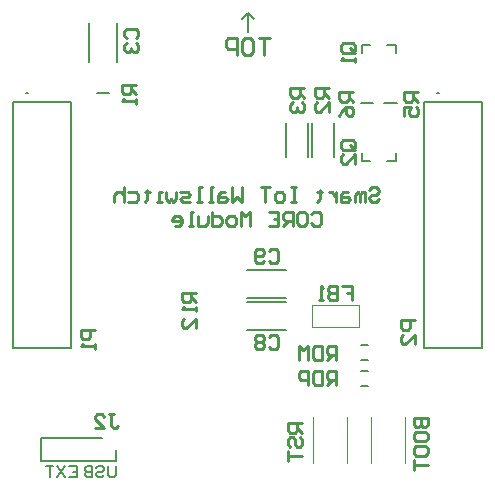
<source format=gbo>
G04*
G04 #@! TF.GenerationSoftware,Altium Limited,Altium Designer,22.3.1 (43)*
G04*
G04 Layer_Color=32896*
%FSLAX25Y25*%
%MOIN*%
G70*
G04*
G04 #@! TF.SameCoordinates,2B40A856-6C47-4DC4-A76D-FC4A54A6A395*
G04*
G04*
G04 #@! TF.FilePolarity,Positive*
G04*
G01*
G75*
%ADD12C,0.00787*%
%ADD13C,0.00591*%
%ADD14C,0.01000*%
%ADD67C,0.00500*%
%ADD68C,0.00394*%
D12*
X144449Y118799D02*
X143661D01*
X144449D01*
X7441D02*
X6654D01*
X7441D01*
X80500Y49126D02*
X93516D01*
X80500Y39850D02*
X93516D01*
X80500Y59756D02*
X93516D01*
X80500Y50480D02*
X93516D01*
X78740Y143701D02*
X80709Y145669D01*
X80709D02*
X82677Y143701D01*
X80709Y139370D02*
Y145669D01*
X93578Y97523D02*
Y108776D01*
X100910Y97523D02*
Y108776D01*
X102240Y97523D02*
Y108776D01*
X109571Y97523D02*
Y108776D01*
X130118Y96260D02*
Y98819D01*
X127264Y96260D02*
X130118D01*
X118701D02*
Y98819D01*
Y96260D02*
X121555D01*
X118701Y132283D02*
Y134843D01*
X121555D01*
X130118Y132283D02*
Y134843D01*
X127264D02*
X130118D01*
X139469Y33799D02*
X158957D01*
X139469D02*
Y115807D01*
X158957D01*
Y33799D02*
Y115807D01*
X2461Y33799D02*
X21949D01*
X2461D02*
Y115807D01*
X21949D01*
Y33799D02*
Y115807D01*
X30413Y118898D02*
X34547D01*
X118405Y115551D02*
X122539D01*
X126279D02*
X130413D01*
X11713Y3937D02*
X32087D01*
X11713Y-3937D02*
Y3937D01*
Y-3937D02*
X36713D01*
Y0D01*
X37119Y129318D02*
Y142335D01*
X27842Y129318D02*
Y142335D01*
D13*
X21195Y-5316D02*
X23819D01*
Y-9252D01*
X21195D01*
X23819Y-7284D02*
X22507D01*
X19883Y-5316D02*
X17259Y-9252D01*
Y-5316D02*
X19883Y-9252D01*
X15947Y-5316D02*
X13324D01*
X14636D01*
Y-9252D01*
X36811Y-5316D02*
Y-8596D01*
X36155Y-9252D01*
X34843D01*
X34187Y-8596D01*
Y-5316D01*
X30252Y-5972D02*
X30907Y-5316D01*
X32219D01*
X32875Y-5972D01*
Y-6628D01*
X32219Y-7284D01*
X30907D01*
X30252Y-7940D01*
Y-8596D01*
X30907Y-9252D01*
X32219D01*
X32875Y-8596D01*
X28940Y-5316D02*
Y-9252D01*
X26972D01*
X26316Y-8596D01*
Y-7940D01*
X26972Y-7284D01*
X28940D01*
X26972D01*
X26316Y-6628D01*
Y-5972D01*
X26972Y-5316D01*
X28940D01*
D14*
X121247Y86625D02*
X122034Y87412D01*
X123608D01*
X124395Y86625D01*
Y85838D01*
X123608Y85051D01*
X122034D01*
X121247Y84264D01*
Y83477D01*
X122034Y82689D01*
X123608D01*
X124395Y83477D01*
X119672Y82689D02*
Y85838D01*
X118885D01*
X118098Y85051D01*
Y82689D01*
Y85051D01*
X117311Y85838D01*
X116524Y85051D01*
Y82689D01*
X114162Y85838D02*
X112588D01*
X111801Y85051D01*
Y82689D01*
X114162D01*
X114949Y83477D01*
X114162Y84264D01*
X111801D01*
X110227Y85838D02*
Y82689D01*
Y84264D01*
X109439Y85051D01*
X108652Y85838D01*
X107865D01*
X104717Y86625D02*
Y85838D01*
X105504D01*
X103929D01*
X104717D01*
Y83477D01*
X103929Y82689D01*
X96845Y87412D02*
X95271D01*
X96058D01*
Y82689D01*
X96845D01*
X95271D01*
X92122D02*
X90548D01*
X89761Y83477D01*
Y85051D01*
X90548Y85838D01*
X92122D01*
X92909Y85051D01*
Y83477D01*
X92122Y82689D01*
X88186Y87412D02*
X85038D01*
X86612D01*
Y82689D01*
X78741Y87412D02*
Y82689D01*
X77166Y84264D01*
X75592Y82689D01*
Y87412D01*
X73231Y85838D02*
X71656D01*
X70869Y85051D01*
Y82689D01*
X73231D01*
X74018Y83477D01*
X73231Y84264D01*
X70869D01*
X69295Y82689D02*
X67721D01*
X68508D01*
Y87412D01*
X69295D01*
X65359Y82689D02*
X63785D01*
X64572D01*
Y87412D01*
X65359D01*
X61423Y82689D02*
X59062D01*
X58275Y83477D01*
X59062Y84264D01*
X60636D01*
X61423Y85051D01*
X60636Y85838D01*
X58275D01*
X56700D02*
Y83477D01*
X55913Y82689D01*
X55126Y83477D01*
X54339Y82689D01*
X53552Y83477D01*
Y85838D01*
X51978Y82689D02*
X50403D01*
X51191D01*
Y85838D01*
X51978D01*
X47255Y86625D02*
Y85838D01*
X48042D01*
X46468D01*
X47255D01*
Y83477D01*
X46468Y82689D01*
X40958Y85838D02*
X43319D01*
X44106Y85051D01*
Y83477D01*
X43319Y82689D01*
X40958D01*
X39383Y87412D02*
Y82689D01*
Y85051D01*
X38596Y85838D01*
X37022D01*
X36235Y85051D01*
Y82689D01*
X101962Y78558D02*
X102749Y79345D01*
X104323D01*
X105110Y78558D01*
Y75409D01*
X104323Y74622D01*
X102749D01*
X101962Y75409D01*
X98026Y79345D02*
X99600D01*
X100387Y78558D01*
Y75409D01*
X99600Y74622D01*
X98026D01*
X97239Y75409D01*
Y78558D01*
X98026Y79345D01*
X95664Y74622D02*
Y79345D01*
X93303D01*
X92516Y78558D01*
Y76983D01*
X93303Y76196D01*
X95664D01*
X94090D02*
X92516Y74622D01*
X87793Y79345D02*
X90941D01*
Y74622D01*
X87793D01*
X90941Y76983D02*
X89367D01*
X81496Y74622D02*
Y79345D01*
X79921Y77771D01*
X78347Y79345D01*
Y74622D01*
X75986D02*
X74411D01*
X73624Y75409D01*
Y76983D01*
X74411Y77771D01*
X75986D01*
X76773Y76983D01*
Y75409D01*
X75986Y74622D01*
X68901Y79345D02*
Y74622D01*
X71263D01*
X72050Y75409D01*
Y76983D01*
X71263Y77771D01*
X68901D01*
X67327D02*
Y75409D01*
X66540Y74622D01*
X64178D01*
Y77771D01*
X62604Y74622D02*
X61030D01*
X61817D01*
Y79345D01*
X62604D01*
X56307Y74622D02*
X57881D01*
X58668Y75409D01*
Y76983D01*
X57881Y77771D01*
X56307D01*
X55520Y76983D01*
Y76196D01*
X58668D01*
X88055Y137219D02*
X84382D01*
X86219D01*
Y131709D01*
X79790Y137219D02*
X81627D01*
X82545Y136300D01*
Y132627D01*
X81627Y131709D01*
X79790D01*
X78872Y132627D01*
Y136300D01*
X79790Y137219D01*
X77035Y131709D02*
Y137219D01*
X74280D01*
X73362Y136300D01*
Y134464D01*
X74280Y133545D01*
X77035D01*
X110234Y21654D02*
Y26377D01*
X107873D01*
X107086Y25590D01*
Y24016D01*
X107873Y23229D01*
X110234D01*
X108660D02*
X107086Y21654D01*
X105511Y26377D02*
Y21654D01*
X103150D01*
X102363Y22442D01*
Y25590D01*
X103150Y26377D01*
X105511D01*
X100788Y21654D02*
Y26377D01*
X98427D01*
X97640Y25590D01*
Y24016D01*
X98427Y23229D01*
X100788D01*
X110234Y29922D02*
Y34645D01*
X107873D01*
X107086Y33858D01*
Y32283D01*
X107873Y31496D01*
X110234D01*
X108660D02*
X107086Y29922D01*
X105511Y34645D02*
Y29922D01*
X103150D01*
X102363Y30709D01*
Y33858D01*
X103150Y34645D01*
X105511D01*
X100788Y29922D02*
Y34645D01*
X99214Y33071D01*
X97640Y34645D01*
Y29922D01*
X112204Y54724D02*
X115352D01*
Y52362D01*
X113778D01*
X115352D01*
Y50001D01*
X110630Y54724D02*
Y50001D01*
X108268D01*
X107481Y50788D01*
Y51575D01*
X108268Y52362D01*
X110630D01*
X108268D01*
X107481Y53149D01*
Y53936D01*
X108268Y54724D01*
X110630D01*
X105907Y50001D02*
X104332D01*
X105120D01*
Y54724D01*
X105907Y53936D01*
X87795Y66141D02*
X88582Y66928D01*
X90156D01*
X90944Y66141D01*
Y62993D01*
X90156Y62205D01*
X88582D01*
X87795Y62993D01*
X86221D02*
X85434Y62205D01*
X83859D01*
X83072Y62993D01*
Y66141D01*
X83859Y66928D01*
X85434D01*
X86221Y66141D01*
Y65354D01*
X85434Y64567D01*
X83072D01*
X87795Y37401D02*
X88582Y38188D01*
X90156D01*
X90944Y37401D01*
Y34253D01*
X90156Y33465D01*
X88582D01*
X87795Y34253D01*
X86221Y37401D02*
X85434Y38188D01*
X83859D01*
X83072Y37401D01*
Y36614D01*
X83859Y35827D01*
X83072Y35040D01*
Y34253D01*
X83859Y33465D01*
X85434D01*
X86221Y34253D01*
Y35040D01*
X85434Y35827D01*
X86221Y36614D01*
Y37401D01*
X85434Y35827D02*
X83859D01*
X115747Y132283D02*
X112599D01*
X111812Y133071D01*
Y134645D01*
X112599Y135432D01*
X115747D01*
X116535Y134645D01*
Y133071D01*
X114960Y133858D02*
X116535Y132283D01*
Y133071D02*
X115747Y132283D01*
X116535Y130709D02*
Y129135D01*
Y129922D01*
X111812D01*
X112599Y130709D01*
X136417Y43109D02*
X131694D01*
Y40747D01*
X132481Y39960D01*
X134055D01*
X134842Y40747D01*
Y43109D01*
X136417Y35238D02*
Y38386D01*
X133268Y35238D01*
X132481D01*
X131694Y36025D01*
Y37599D01*
X132481Y38386D01*
X29724Y39960D02*
X25001D01*
Y37598D01*
X25788Y36811D01*
X27362D01*
X28149Y37598D01*
Y39960D01*
X29724Y35237D02*
Y33662D01*
Y34450D01*
X25001D01*
X25788Y35237D01*
X34449Y11810D02*
X36023D01*
X35236D01*
Y7875D01*
X36023Y7087D01*
X36810D01*
X37597Y7875D01*
X29726Y7087D02*
X32874D01*
X29726Y10236D01*
Y11023D01*
X30513Y11810D01*
X32087D01*
X32874Y11023D01*
X98818Y8856D02*
X94095D01*
Y6495D01*
X94882Y5708D01*
X96457D01*
X97244Y6495D01*
Y8856D01*
Y7282D02*
X98818Y5708D01*
X94882Y985D02*
X94095Y1772D01*
Y3346D01*
X94882Y4133D01*
X95670D01*
X96457Y3346D01*
Y1772D01*
X97244Y985D01*
X98031D01*
X98818Y1772D01*
Y3346D01*
X98031Y4133D01*
X94095Y-589D02*
Y-3738D01*
Y-2164D01*
X98818D01*
X63385Y52360D02*
X58662D01*
Y49999D01*
X59449Y49212D01*
X61024D01*
X61811Y49999D01*
Y52360D01*
Y50786D02*
X63385Y49212D01*
Y47637D02*
Y46063D01*
Y46850D01*
X58662D01*
X59449Y47637D01*
X63385Y40553D02*
Y43702D01*
X60237Y40553D01*
X59449D01*
X58662Y41340D01*
Y42915D01*
X59449Y43702D01*
X115944Y119093D02*
X111221D01*
Y116732D01*
X112008Y115945D01*
X113583D01*
X114370Y116732D01*
Y119093D01*
Y117519D02*
X115944Y115945D01*
X111221Y111222D02*
X112008Y112796D01*
X113583Y114370D01*
X115157D01*
X115944Y113583D01*
Y112009D01*
X115157Y111222D01*
X114370D01*
X113583Y112009D01*
Y114370D01*
X137519Y119093D02*
X132796D01*
Y116732D01*
X133583Y115945D01*
X135157D01*
X135945Y116732D01*
Y119093D01*
Y117519D02*
X137519Y115945D01*
X132796Y111222D02*
Y114370D01*
X135157D01*
X134370Y112796D01*
Y112009D01*
X135157Y111222D01*
X136732D01*
X137519Y112009D01*
Y113583D01*
X136732Y114370D01*
X99606Y120471D02*
X94883D01*
Y118110D01*
X95670Y117323D01*
X97244D01*
X98031Y118110D01*
Y120471D01*
Y118897D02*
X99606Y117323D01*
X95670Y115748D02*
X94883Y114961D01*
Y113387D01*
X95670Y112600D01*
X96457D01*
X97244Y113387D01*
Y114174D01*
Y113387D01*
X98031Y112600D01*
X98818D01*
X99606Y113387D01*
Y114961D01*
X98818Y115748D01*
X107873Y120471D02*
X103150D01*
Y118110D01*
X103937Y117323D01*
X105512D01*
X106299Y118110D01*
Y120471D01*
Y118897D02*
X107873Y117323D01*
Y112600D02*
Y115748D01*
X104725Y112600D01*
X103937D01*
X103150Y113387D01*
Y114961D01*
X103937Y115748D01*
X43503Y121652D02*
X38780D01*
Y119291D01*
X39567Y118504D01*
X41142D01*
X41929Y119291D01*
Y121652D01*
Y120078D02*
X43503Y118504D01*
Y116930D02*
Y115355D01*
Y116142D01*
X38780D01*
X39567Y116930D01*
X115747Y100000D02*
X112599D01*
X111812Y100787D01*
Y102361D01*
X112599Y103148D01*
X115747D01*
X116535Y102361D01*
Y100787D01*
X114960Y101574D02*
X116535Y100000D01*
Y100787D02*
X115747Y100000D01*
X116535Y95277D02*
Y98425D01*
X113386Y95277D01*
X112599D01*
X111812Y96064D01*
Y97638D01*
X112599Y98425D01*
X40355Y137205D02*
X39568Y137992D01*
Y139566D01*
X40355Y140353D01*
X43503D01*
X44291Y139566D01*
Y137992D01*
X43503Y137205D01*
X40355Y135630D02*
X39568Y134843D01*
Y133269D01*
X40355Y132482D01*
X41142D01*
X41929Y133269D01*
Y134056D01*
Y133269D01*
X42716Y132482D01*
X43503D01*
X44291Y133269D01*
Y134843D01*
X43503Y135630D01*
X136024Y10627D02*
X140747D01*
Y8266D01*
X139960Y7479D01*
X139173D01*
X138386Y8266D01*
Y10627D01*
Y8266D01*
X137599Y7479D01*
X136811D01*
X136024Y8266D01*
Y10627D01*
Y3543D02*
Y5117D01*
X136811Y5904D01*
X139960D01*
X140747Y5117D01*
Y3543D01*
X139960Y2756D01*
X136811D01*
X136024Y3543D01*
Y-1180D02*
Y394D01*
X136811Y1181D01*
X139960D01*
X140747Y394D01*
Y-1180D01*
X139960Y-1967D01*
X136811D01*
X136024Y-1180D01*
Y-3542D02*
Y-6690D01*
Y-5116D01*
X140747D01*
D67*
X118583Y26083D02*
X120787D01*
X118583Y21161D02*
X120787D01*
X118583Y34744D02*
X120787D01*
X118583Y29823D02*
X120787D01*
D68*
X101969Y40748D02*
Y48228D01*
X117717Y40748D02*
Y48228D01*
X101969Y40748D02*
X117717D01*
X101969Y48228D02*
X117717D01*
X102362Y-4331D02*
Y11024D01*
X113779Y-4331D02*
Y11024D01*
X121850Y-4331D02*
Y11024D01*
X133268Y-4331D02*
Y11024D01*
M02*

</source>
